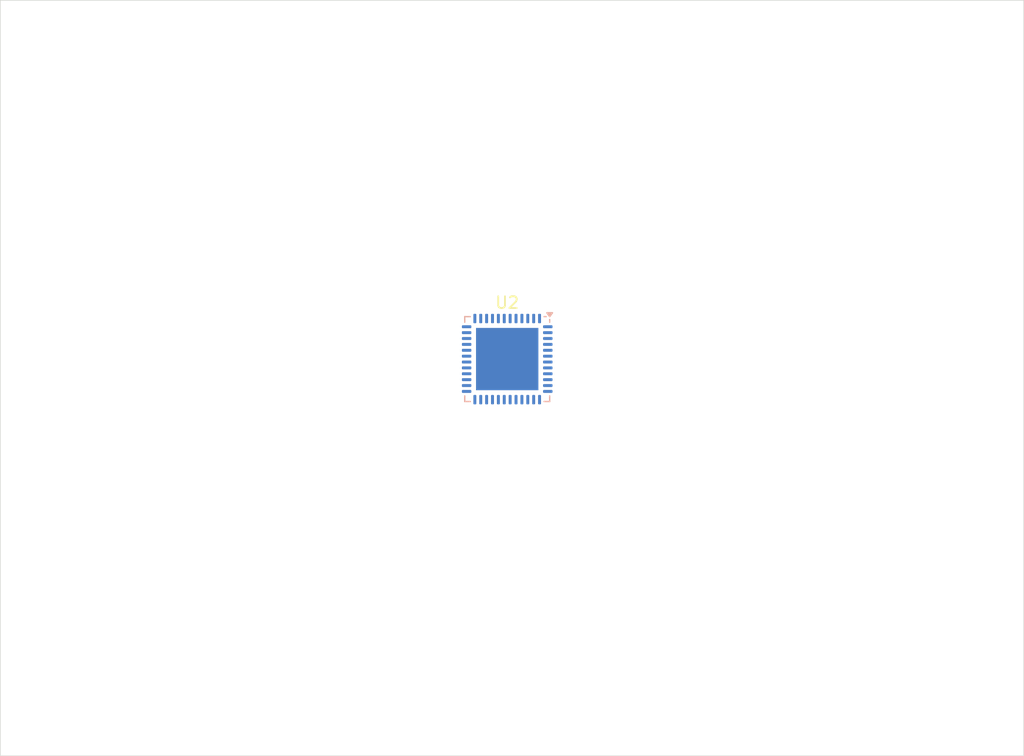
<source format=kicad_pcb>
(kicad_pcb (version 20240108) (generator "pcbnew") (generator_version "8.0")
  (layers (0 "F.Cu" signal) (31 "B.Cu" signal) (34 "B.Paste" user) (35 "F.Paste" user) (36 "B.SilkS" user "B.Silkscreen") (37 "F.SilkS" user "F.Silkscreen") (38 "B.Mask" user) (39 "F.Mask" user) (44 "Edge.Cuts" user))
  (net 0 "")
  (net 3 "Net-(U2-VDDA3P3-Pad3)")
  (net 12 "Net-(U2-VDDA-Pad1)")
  (footprint "Package_DFN_QFN:QFN-48-1EP_7x7mm_P0.5mm_EP5.3x5.3mm" (layer "B.Cu") (at 137.59 92.27 180)
    (property "Reference" "U2" (at 0 4.8 -0) (layer "F.SilkS"))
    (property "Value" "ESP32-PICO-D4")
    (fp_line (start 3.61 3.61) (end 3.135 3.61) (stroke (width 0.12)) (layer "B.SilkS"))
    (fp_line (start 3.61 3.135) (end 3.61 3.61) (stroke (width 0.12)) (layer "B.SilkS"))
    (fp_line (start 3.61 -3.135) (end 3.61 -3.61) (stroke (width 0.12)) (layer "B.SilkS"))
    (fp_line (start 3.61 -3.61) (end 3.135 -3.61) (stroke (width 0.12)) (layer "B.SilkS"))
    (fp_line (start -3.31 3.61) (end -3.135 3.61) (stroke (width 0.12)) (layer "B.SilkS"))
    (fp_line (start -3.61 3.37) (end -3.61 3.135) (stroke (width 0.12)) (layer "B.SilkS"))
    (fp_line (start -3.61 -3.135) (end -3.61 -3.61) (stroke (width 0.12)) (layer "B.SilkS"))
    (fp_line (start -3.61 -3.61) (end -3.135 -3.61) (stroke (width 0.12)) (layer "B.SilkS"))
    (fp_poly (pts (xy -3.61 3.61) (xy -3.85 3.94) (xy -3.37 3.94) (xy -3.61 3.61)) (stroke (width 0.12)) (fill solid) (layer "B.SilkS"))
    (pad "1" smd roundrect (at -3.45 2.75 180) (size 0.8 0.25) (layers "B.Cu" "B.Paste" "B.Mask") (net 12 "Net-(U2-VDDA-Pad1)"))
    (pad "2" smd roundrect (at -3.45 2.25 180) (size 0.8 0.25) (layers "B.Cu" "B.Paste" "B.Mask"))
    (pad "3" smd roundrect (at -3.45 1.75 180) (size 0.8 0.25) (layers "B.Cu" "B.Paste" "B.Mask") (net 3 "Net-(U2-VDDA3P3-Pad3)"))
    (pad "4" smd roundrect (at -3.45 1.25 180) (size 0.8 0.25) (layers "B.Cu" "B.Paste" "B.Mask") (net 3 "Net-(U2-VDDA3P3-Pad3)"))
    (pad "5" smd roundrect (at -3.45 0.75 180) (size 0.8 0.25) (layers "B.Cu" "B.Paste" "B.Mask"))
    (pad "6" smd roundrect (at -3.45 0.25 180) (size 0.8 0.25) (layers "B.Cu" "B.Paste" "B.Mask"))
    (pad "7" smd roundrect (at -3.45 -0.25 180) (size 0.8 0.25) (layers "B.Cu" "B.Paste" "B.Mask"))
    (pad "8" smd roundrect (at -3.45 -0.75 180) (size 0.8 0.25) (layers "B.Cu" "B.Paste" "B.Mask"))
    (pad "9" smd roundrect (at -3.45 -1.25 180) (size 0.8 0.25) (layers "B.Cu" "B.Paste" "B.Mask"))
    (pad "10" smd roundrect (at -3.45 -1.75 180) (size 0.8 0.25) (layers "B.Cu" "B.Paste" "B.Mask"))
    (pad "11" smd roundrect (at -3.45 -2.25 180) (size 0.8 0.25) (layers "B.Cu" "B.Paste" "B.Mask"))
    (pad "12" smd roundrect (at -3.45 -2.75 180) (size 0.8 0.25) (layers "B.Cu" "B.Paste" "B.Mask"))
    (pad "13" smd roundrect (at -2.75 -3.45 180) (size 0.25 0.8) (layers "B.Cu" "B.Paste" "B.Mask"))
    (pad "14" smd roundrect (at -2.25 -3.45 180) (size 0.25 0.8) (layers "B.Cu" "B.Paste" "B.Mask"))
    (pad "15" smd roundrect (at -1.75 -3.45 180) (size 0.25 0.8) (layers "B.Cu" "B.Paste" "B.Mask"))
    (pad "16" smd roundrect (at -1.25 -3.45 180) (size 0.25 0.8) (layers "B.Cu" "B.Paste" "B.Mask"))
    (pad "17" smd roundrect (at -0.75 -3.45 180) (size 0.25 0.8) (layers "B.Cu" "B.Paste" "B.Mask"))
    (pad "18" smd roundrect (at -0.25 -3.45 180) (size 0.25 0.8) (layers "B.Cu" "B.Paste" "B.Mask"))
    (pad "19" smd roundrect (at 0.25 -3.45 180) (size 0.25 0.8) (layers "B.Cu" "B.Paste" "B.Mask"))
    (pad "20" smd roundrect (at 0.75 -3.45 180) (size 0.25 0.8) (layers "B.Cu" "B.Paste" "B.Mask"))
    (pad "21" smd roundrect (at 1.25 -3.45 180) (size 0.25 0.8) (layers "B.Cu" "B.Paste" "B.Mask"))
    (pad "22" smd roundrect (at 1.75 -3.45 180) (size 0.25 0.8) (layers "B.Cu" "B.Paste" "B.Mask"))
    (pad "23" smd roundrect (at 2.25 -3.45 180) (size 0.25 0.8) (layers "B.Cu" "B.Paste" "B.Mask"))
    (pad "24" smd roundrect (at 2.75 -3.45 180) (size 0.25 0.8) (layers "B.Cu" "B.Paste" "B.Mask"))
    (pad "25" smd roundrect (at 3.45 -2.75 180) (size 0.8 0.25) (layers "B.Cu" "B.Paste" "B.Mask"))
    (pad "26" smd roundrect (at 3.45 -2.25 180) (size 0.8 0.25) (layers "B.Cu" "B.Paste" "B.Mask"))
    (pad "27" smd roundrect (at 3.45 -1.75 180) (size 0.8 0.25) (layers "B.Cu" "B.Paste" "B.Mask"))
    (pad "28" smd roundrect (at 3.45 -1.25 180) (size 0.8 0.25) (layers "B.Cu" "B.Paste" "B.Mask"))
    (pad "29" smd roundrect (at 3.45 -0.75 180) (size 0.8 0.25) (layers "B.Cu" "B.Paste" "B.Mask"))
    (pad "30" smd roundrect (at 3.45 -0.25 180) (size 0.8 0.25) (layers "B.Cu" "B.Paste" "B.Mask"))
    (pad "31" smd roundrect (at 3.45 0.25 180) (size 0.8 0.25) (layers "B.Cu" "B.Paste" "B.Mask"))
    (pad "32" smd roundrect (at 3.45 0.75 180) (size 0.8 0.25) (layers "B.Cu" "B.Paste" "B.Mask"))
    (pad "33" smd roundrect (at 3.45 1.25 180) (size 0.8 0.25) (layers "B.Cu" "B.Paste" "B.Mask"))
    (pad "34" smd roundrect (at 3.45 1.75 180) (size 0.8 0.25) (layers "B.Cu" "B.Paste" "B.Mask"))
    (pad "35" smd roundrect (at 3.45 2.25 180) (size 0.8 0.25) (layers "B.Cu" "B.Paste" "B.Mask"))
    (pad "36" smd roundrect (at 3.45 2.75 180) (size 0.8 0.25) (layers "B.Cu" "B.Paste" "B.Mask"))
    (pad "37" smd roundrect (at 2.75 3.45 180) (size 0.25 0.8) (layers "B.Cu" "B.Paste" "B.Mask"))
    (pad "38" smd roundrect (at 2.25 3.45 180) (size 0.25 0.8) (layers "B.Cu" "B.Paste" "B.Mask"))
    (pad "39" smd roundrect (at 1.75 3.45 180) (size 0.25 0.8) (layers "B.Cu" "B.Paste" "B.Mask"))
    (pad "40" smd roundrect (at 1.25 3.45 180) (size 0.25 0.8) (layers "B.Cu" "B.Paste" "B.Mask"))
    (pad "41" smd roundrect (at 0.75 3.45 180) (size 0.25 0.8) (layers "B.Cu" "B.Paste" "B.Mask"))
    (pad "42" smd roundrect (at 0.25 3.45 180) (size 0.25 0.8) (layers "B.Cu" "B.Paste" "B.Mask"))
    (pad "43" smd roundrect (at -0.25 3.45 180) (size 0.25 0.8) (layers "B.Cu" "B.Paste" "B.Mask") (net 12 "Net-(U2-VDDA-Pad1)"))
    (pad "44" smd roundrect (at -0.75 3.45 180) (size 0.25 0.8) (layers "B.Cu" "B.Paste" "B.Mask"))
    (pad "45" smd roundrect (at -1.25 3.45 180) (size 0.25 0.8) (layers "B.Cu" "B.Paste" "B.Mask"))
    (pad "46" smd roundrect (at -1.75 3.45 180) (size 0.25 0.8) (layers "B.Cu" "B.Paste" "B.Mask") (net 12 "Net-(U2-VDDA-Pad1)"))
    (pad "47" smd roundrect (at -2.25 3.45 180) (size 0.25 0.8) (layers "B.Cu" "B.Paste" "B.Mask"))
    (pad "48" smd roundrect (at -2.75 3.45 180) (size 0.25 0.8) (layers "B.Cu" "B.Paste" "B.Mask"))
    (pad "49" smd rect (at 0 0 180) (size 5.3 5.3) (property pad_prop_heatsink) (layers "B.Cu" "B.Mask"))
  )
  (gr_rect (start 94.5 61.75) (end 181.5 126) (stroke (width 0.05)) (fill none) (layer "Edge.Cuts"))
)
</source>
